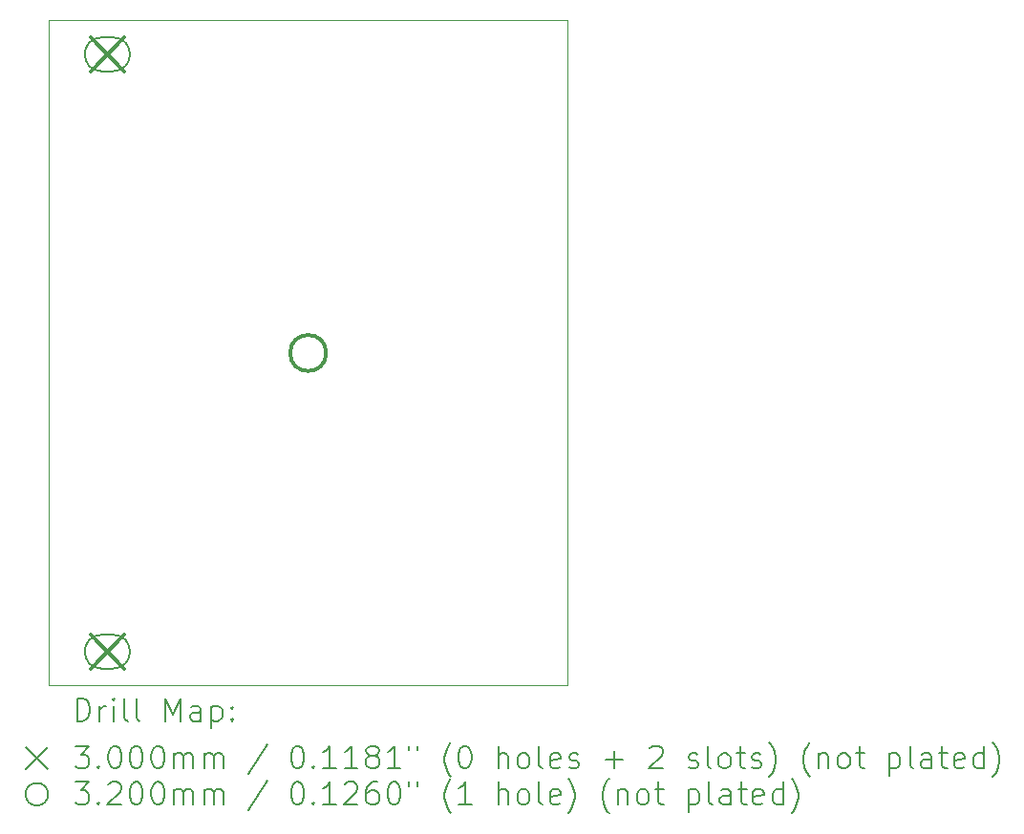
<source format=gbr>
%TF.GenerationSoftware,KiCad,Pcbnew,(6.0.7-1)-1*%
%TF.CreationDate,2022-08-17T11:35:41+02:00*%
%TF.ProjectId,vgascart,76676173-6361-4727-942e-6b696361645f,rev?*%
%TF.SameCoordinates,Original*%
%TF.FileFunction,Drillmap*%
%TF.FilePolarity,Positive*%
%FSLAX45Y45*%
G04 Gerber Fmt 4.5, Leading zero omitted, Abs format (unit mm)*
G04 Created by KiCad (PCBNEW (6.0.7-1)-1) date 2022-08-17 11:35:41*
%MOMM*%
%LPD*%
G01*
G04 APERTURE LIST*
%ADD10C,0.100000*%
%ADD11C,0.200000*%
%ADD12C,0.300000*%
%ADD13C,0.320000*%
G04 APERTURE END LIST*
D10*
X2550000Y-2250000D02*
X7150000Y-2250000D01*
X7150000Y-2250000D02*
X7150000Y-8150000D01*
X7150000Y-8150000D02*
X2550000Y-8150000D01*
X2550000Y-8150000D02*
X2550000Y-2250000D01*
D11*
D12*
X2920066Y-2400018D02*
X3220066Y-2700018D01*
X3220066Y-2400018D02*
X2920066Y-2700018D01*
D11*
X3120066Y-2400018D02*
X3020066Y-2400018D01*
X3120066Y-2700018D02*
X3020066Y-2700018D01*
X3020066Y-2400018D02*
G75*
G03*
X3020066Y-2700018I0J-150000D01*
G01*
X3120066Y-2700018D02*
G75*
G03*
X3120066Y-2400018I0J150000D01*
G01*
D12*
X2920066Y-7699982D02*
X3220066Y-7999982D01*
X3220066Y-7699982D02*
X2920066Y-7999982D01*
D11*
X3120066Y-7699982D02*
X3020066Y-7699982D01*
X3120066Y-7999982D02*
X3020066Y-7999982D01*
X3020066Y-7699982D02*
G75*
G03*
X3020066Y-7999982I0J-150000D01*
G01*
X3120066Y-7999982D02*
G75*
G03*
X3120066Y-7699982I0J150000D01*
G01*
D13*
X5010000Y-5200000D02*
G75*
G03*
X5010000Y-5200000I-160000J0D01*
G01*
D11*
X2802619Y-8465476D02*
X2802619Y-8265476D01*
X2850238Y-8265476D01*
X2878809Y-8275000D01*
X2897857Y-8294048D01*
X2907381Y-8313095D01*
X2916905Y-8351190D01*
X2916905Y-8379762D01*
X2907381Y-8417857D01*
X2897857Y-8436905D01*
X2878809Y-8455952D01*
X2850238Y-8465476D01*
X2802619Y-8465476D01*
X3002619Y-8465476D02*
X3002619Y-8332143D01*
X3002619Y-8370238D02*
X3012143Y-8351190D01*
X3021667Y-8341667D01*
X3040714Y-8332143D01*
X3059762Y-8332143D01*
X3126428Y-8465476D02*
X3126428Y-8332143D01*
X3126428Y-8265476D02*
X3116905Y-8275000D01*
X3126428Y-8284524D01*
X3135952Y-8275000D01*
X3126428Y-8265476D01*
X3126428Y-8284524D01*
X3250238Y-8465476D02*
X3231190Y-8455952D01*
X3221667Y-8436905D01*
X3221667Y-8265476D01*
X3355000Y-8465476D02*
X3335952Y-8455952D01*
X3326428Y-8436905D01*
X3326428Y-8265476D01*
X3583571Y-8465476D02*
X3583571Y-8265476D01*
X3650238Y-8408333D01*
X3716905Y-8265476D01*
X3716905Y-8465476D01*
X3897857Y-8465476D02*
X3897857Y-8360714D01*
X3888333Y-8341667D01*
X3869286Y-8332143D01*
X3831190Y-8332143D01*
X3812143Y-8341667D01*
X3897857Y-8455952D02*
X3878809Y-8465476D01*
X3831190Y-8465476D01*
X3812143Y-8455952D01*
X3802619Y-8436905D01*
X3802619Y-8417857D01*
X3812143Y-8398810D01*
X3831190Y-8389286D01*
X3878809Y-8389286D01*
X3897857Y-8379762D01*
X3993095Y-8332143D02*
X3993095Y-8532143D01*
X3993095Y-8341667D02*
X4012143Y-8332143D01*
X4050238Y-8332143D01*
X4069286Y-8341667D01*
X4078809Y-8351190D01*
X4088333Y-8370238D01*
X4088333Y-8427381D01*
X4078809Y-8446429D01*
X4069286Y-8455952D01*
X4050238Y-8465476D01*
X4012143Y-8465476D01*
X3993095Y-8455952D01*
X4174048Y-8446429D02*
X4183571Y-8455952D01*
X4174048Y-8465476D01*
X4164524Y-8455952D01*
X4174048Y-8446429D01*
X4174048Y-8465476D01*
X4174048Y-8341667D02*
X4183571Y-8351190D01*
X4174048Y-8360714D01*
X4164524Y-8351190D01*
X4174048Y-8341667D01*
X4174048Y-8360714D01*
X2345000Y-8695000D02*
X2545000Y-8895000D01*
X2545000Y-8695000D02*
X2345000Y-8895000D01*
X2783571Y-8685476D02*
X2907381Y-8685476D01*
X2840714Y-8761667D01*
X2869286Y-8761667D01*
X2888333Y-8771190D01*
X2897857Y-8780714D01*
X2907381Y-8799762D01*
X2907381Y-8847381D01*
X2897857Y-8866429D01*
X2888333Y-8875952D01*
X2869286Y-8885476D01*
X2812143Y-8885476D01*
X2793095Y-8875952D01*
X2783571Y-8866429D01*
X2993095Y-8866429D02*
X3002619Y-8875952D01*
X2993095Y-8885476D01*
X2983571Y-8875952D01*
X2993095Y-8866429D01*
X2993095Y-8885476D01*
X3126428Y-8685476D02*
X3145476Y-8685476D01*
X3164524Y-8695000D01*
X3174048Y-8704524D01*
X3183571Y-8723571D01*
X3193095Y-8761667D01*
X3193095Y-8809286D01*
X3183571Y-8847381D01*
X3174048Y-8866429D01*
X3164524Y-8875952D01*
X3145476Y-8885476D01*
X3126428Y-8885476D01*
X3107381Y-8875952D01*
X3097857Y-8866429D01*
X3088333Y-8847381D01*
X3078809Y-8809286D01*
X3078809Y-8761667D01*
X3088333Y-8723571D01*
X3097857Y-8704524D01*
X3107381Y-8695000D01*
X3126428Y-8685476D01*
X3316905Y-8685476D02*
X3335952Y-8685476D01*
X3355000Y-8695000D01*
X3364524Y-8704524D01*
X3374048Y-8723571D01*
X3383571Y-8761667D01*
X3383571Y-8809286D01*
X3374048Y-8847381D01*
X3364524Y-8866429D01*
X3355000Y-8875952D01*
X3335952Y-8885476D01*
X3316905Y-8885476D01*
X3297857Y-8875952D01*
X3288333Y-8866429D01*
X3278809Y-8847381D01*
X3269286Y-8809286D01*
X3269286Y-8761667D01*
X3278809Y-8723571D01*
X3288333Y-8704524D01*
X3297857Y-8695000D01*
X3316905Y-8685476D01*
X3507381Y-8685476D02*
X3526428Y-8685476D01*
X3545476Y-8695000D01*
X3555000Y-8704524D01*
X3564524Y-8723571D01*
X3574048Y-8761667D01*
X3574048Y-8809286D01*
X3564524Y-8847381D01*
X3555000Y-8866429D01*
X3545476Y-8875952D01*
X3526428Y-8885476D01*
X3507381Y-8885476D01*
X3488333Y-8875952D01*
X3478809Y-8866429D01*
X3469286Y-8847381D01*
X3459762Y-8809286D01*
X3459762Y-8761667D01*
X3469286Y-8723571D01*
X3478809Y-8704524D01*
X3488333Y-8695000D01*
X3507381Y-8685476D01*
X3659762Y-8885476D02*
X3659762Y-8752143D01*
X3659762Y-8771190D02*
X3669286Y-8761667D01*
X3688333Y-8752143D01*
X3716905Y-8752143D01*
X3735952Y-8761667D01*
X3745476Y-8780714D01*
X3745476Y-8885476D01*
X3745476Y-8780714D02*
X3755000Y-8761667D01*
X3774048Y-8752143D01*
X3802619Y-8752143D01*
X3821667Y-8761667D01*
X3831190Y-8780714D01*
X3831190Y-8885476D01*
X3926428Y-8885476D02*
X3926428Y-8752143D01*
X3926428Y-8771190D02*
X3935952Y-8761667D01*
X3955000Y-8752143D01*
X3983571Y-8752143D01*
X4002619Y-8761667D01*
X4012143Y-8780714D01*
X4012143Y-8885476D01*
X4012143Y-8780714D02*
X4021667Y-8761667D01*
X4040714Y-8752143D01*
X4069286Y-8752143D01*
X4088333Y-8761667D01*
X4097857Y-8780714D01*
X4097857Y-8885476D01*
X4488333Y-8675952D02*
X4316905Y-8933095D01*
X4745476Y-8685476D02*
X4764524Y-8685476D01*
X4783571Y-8695000D01*
X4793095Y-8704524D01*
X4802619Y-8723571D01*
X4812143Y-8761667D01*
X4812143Y-8809286D01*
X4802619Y-8847381D01*
X4793095Y-8866429D01*
X4783571Y-8875952D01*
X4764524Y-8885476D01*
X4745476Y-8885476D01*
X4726429Y-8875952D01*
X4716905Y-8866429D01*
X4707381Y-8847381D01*
X4697857Y-8809286D01*
X4697857Y-8761667D01*
X4707381Y-8723571D01*
X4716905Y-8704524D01*
X4726429Y-8695000D01*
X4745476Y-8685476D01*
X4897857Y-8866429D02*
X4907381Y-8875952D01*
X4897857Y-8885476D01*
X4888333Y-8875952D01*
X4897857Y-8866429D01*
X4897857Y-8885476D01*
X5097857Y-8885476D02*
X4983571Y-8885476D01*
X5040714Y-8885476D02*
X5040714Y-8685476D01*
X5021667Y-8714048D01*
X5002619Y-8733095D01*
X4983571Y-8742619D01*
X5288333Y-8885476D02*
X5174048Y-8885476D01*
X5231190Y-8885476D02*
X5231190Y-8685476D01*
X5212143Y-8714048D01*
X5193095Y-8733095D01*
X5174048Y-8742619D01*
X5402619Y-8771190D02*
X5383571Y-8761667D01*
X5374048Y-8752143D01*
X5364524Y-8733095D01*
X5364524Y-8723571D01*
X5374048Y-8704524D01*
X5383571Y-8695000D01*
X5402619Y-8685476D01*
X5440714Y-8685476D01*
X5459762Y-8695000D01*
X5469286Y-8704524D01*
X5478810Y-8723571D01*
X5478810Y-8733095D01*
X5469286Y-8752143D01*
X5459762Y-8761667D01*
X5440714Y-8771190D01*
X5402619Y-8771190D01*
X5383571Y-8780714D01*
X5374048Y-8790238D01*
X5364524Y-8809286D01*
X5364524Y-8847381D01*
X5374048Y-8866429D01*
X5383571Y-8875952D01*
X5402619Y-8885476D01*
X5440714Y-8885476D01*
X5459762Y-8875952D01*
X5469286Y-8866429D01*
X5478810Y-8847381D01*
X5478810Y-8809286D01*
X5469286Y-8790238D01*
X5459762Y-8780714D01*
X5440714Y-8771190D01*
X5669286Y-8885476D02*
X5555000Y-8885476D01*
X5612143Y-8885476D02*
X5612143Y-8685476D01*
X5593095Y-8714048D01*
X5574048Y-8733095D01*
X5555000Y-8742619D01*
X5745476Y-8685476D02*
X5745476Y-8723571D01*
X5821667Y-8685476D02*
X5821667Y-8723571D01*
X6116905Y-8961667D02*
X6107381Y-8952143D01*
X6088333Y-8923571D01*
X6078809Y-8904524D01*
X6069286Y-8875952D01*
X6059762Y-8828333D01*
X6059762Y-8790238D01*
X6069286Y-8742619D01*
X6078809Y-8714048D01*
X6088333Y-8695000D01*
X6107381Y-8666429D01*
X6116905Y-8656905D01*
X6231190Y-8685476D02*
X6250238Y-8685476D01*
X6269286Y-8695000D01*
X6278809Y-8704524D01*
X6288333Y-8723571D01*
X6297857Y-8761667D01*
X6297857Y-8809286D01*
X6288333Y-8847381D01*
X6278809Y-8866429D01*
X6269286Y-8875952D01*
X6250238Y-8885476D01*
X6231190Y-8885476D01*
X6212143Y-8875952D01*
X6202619Y-8866429D01*
X6193095Y-8847381D01*
X6183571Y-8809286D01*
X6183571Y-8761667D01*
X6193095Y-8723571D01*
X6202619Y-8704524D01*
X6212143Y-8695000D01*
X6231190Y-8685476D01*
X6535952Y-8885476D02*
X6535952Y-8685476D01*
X6621667Y-8885476D02*
X6621667Y-8780714D01*
X6612143Y-8761667D01*
X6593095Y-8752143D01*
X6564524Y-8752143D01*
X6545476Y-8761667D01*
X6535952Y-8771190D01*
X6745476Y-8885476D02*
X6726428Y-8875952D01*
X6716905Y-8866429D01*
X6707381Y-8847381D01*
X6707381Y-8790238D01*
X6716905Y-8771190D01*
X6726428Y-8761667D01*
X6745476Y-8752143D01*
X6774048Y-8752143D01*
X6793095Y-8761667D01*
X6802619Y-8771190D01*
X6812143Y-8790238D01*
X6812143Y-8847381D01*
X6802619Y-8866429D01*
X6793095Y-8875952D01*
X6774048Y-8885476D01*
X6745476Y-8885476D01*
X6926428Y-8885476D02*
X6907381Y-8875952D01*
X6897857Y-8856905D01*
X6897857Y-8685476D01*
X7078809Y-8875952D02*
X7059762Y-8885476D01*
X7021667Y-8885476D01*
X7002619Y-8875952D01*
X6993095Y-8856905D01*
X6993095Y-8780714D01*
X7002619Y-8761667D01*
X7021667Y-8752143D01*
X7059762Y-8752143D01*
X7078809Y-8761667D01*
X7088333Y-8780714D01*
X7088333Y-8799762D01*
X6993095Y-8818810D01*
X7164524Y-8875952D02*
X7183571Y-8885476D01*
X7221667Y-8885476D01*
X7240714Y-8875952D01*
X7250238Y-8856905D01*
X7250238Y-8847381D01*
X7240714Y-8828333D01*
X7221667Y-8818810D01*
X7193095Y-8818810D01*
X7174048Y-8809286D01*
X7164524Y-8790238D01*
X7164524Y-8780714D01*
X7174048Y-8761667D01*
X7193095Y-8752143D01*
X7221667Y-8752143D01*
X7240714Y-8761667D01*
X7488333Y-8809286D02*
X7640714Y-8809286D01*
X7564524Y-8885476D02*
X7564524Y-8733095D01*
X7878809Y-8704524D02*
X7888333Y-8695000D01*
X7907381Y-8685476D01*
X7955000Y-8685476D01*
X7974048Y-8695000D01*
X7983571Y-8704524D01*
X7993095Y-8723571D01*
X7993095Y-8742619D01*
X7983571Y-8771190D01*
X7869286Y-8885476D01*
X7993095Y-8885476D01*
X8221667Y-8875952D02*
X8240714Y-8885476D01*
X8278809Y-8885476D01*
X8297857Y-8875952D01*
X8307381Y-8856905D01*
X8307381Y-8847381D01*
X8297857Y-8828333D01*
X8278809Y-8818810D01*
X8250238Y-8818810D01*
X8231190Y-8809286D01*
X8221667Y-8790238D01*
X8221667Y-8780714D01*
X8231190Y-8761667D01*
X8250238Y-8752143D01*
X8278809Y-8752143D01*
X8297857Y-8761667D01*
X8421667Y-8885476D02*
X8402619Y-8875952D01*
X8393095Y-8856905D01*
X8393095Y-8685476D01*
X8526429Y-8885476D02*
X8507381Y-8875952D01*
X8497857Y-8866429D01*
X8488333Y-8847381D01*
X8488333Y-8790238D01*
X8497857Y-8771190D01*
X8507381Y-8761667D01*
X8526429Y-8752143D01*
X8555000Y-8752143D01*
X8574048Y-8761667D01*
X8583571Y-8771190D01*
X8593095Y-8790238D01*
X8593095Y-8847381D01*
X8583571Y-8866429D01*
X8574048Y-8875952D01*
X8555000Y-8885476D01*
X8526429Y-8885476D01*
X8650238Y-8752143D02*
X8726429Y-8752143D01*
X8678810Y-8685476D02*
X8678810Y-8856905D01*
X8688333Y-8875952D01*
X8707381Y-8885476D01*
X8726429Y-8885476D01*
X8783571Y-8875952D02*
X8802619Y-8885476D01*
X8840714Y-8885476D01*
X8859762Y-8875952D01*
X8869286Y-8856905D01*
X8869286Y-8847381D01*
X8859762Y-8828333D01*
X8840714Y-8818810D01*
X8812143Y-8818810D01*
X8793095Y-8809286D01*
X8783571Y-8790238D01*
X8783571Y-8780714D01*
X8793095Y-8761667D01*
X8812143Y-8752143D01*
X8840714Y-8752143D01*
X8859762Y-8761667D01*
X8935952Y-8961667D02*
X8945476Y-8952143D01*
X8964524Y-8923571D01*
X8974048Y-8904524D01*
X8983571Y-8875952D01*
X8993095Y-8828333D01*
X8993095Y-8790238D01*
X8983571Y-8742619D01*
X8974048Y-8714048D01*
X8964524Y-8695000D01*
X8945476Y-8666429D01*
X8935952Y-8656905D01*
X9297857Y-8961667D02*
X9288333Y-8952143D01*
X9269286Y-8923571D01*
X9259762Y-8904524D01*
X9250238Y-8875952D01*
X9240714Y-8828333D01*
X9240714Y-8790238D01*
X9250238Y-8742619D01*
X9259762Y-8714048D01*
X9269286Y-8695000D01*
X9288333Y-8666429D01*
X9297857Y-8656905D01*
X9374048Y-8752143D02*
X9374048Y-8885476D01*
X9374048Y-8771190D02*
X9383571Y-8761667D01*
X9402619Y-8752143D01*
X9431190Y-8752143D01*
X9450238Y-8761667D01*
X9459762Y-8780714D01*
X9459762Y-8885476D01*
X9583571Y-8885476D02*
X9564524Y-8875952D01*
X9555000Y-8866429D01*
X9545476Y-8847381D01*
X9545476Y-8790238D01*
X9555000Y-8771190D01*
X9564524Y-8761667D01*
X9583571Y-8752143D01*
X9612143Y-8752143D01*
X9631190Y-8761667D01*
X9640714Y-8771190D01*
X9650238Y-8790238D01*
X9650238Y-8847381D01*
X9640714Y-8866429D01*
X9631190Y-8875952D01*
X9612143Y-8885476D01*
X9583571Y-8885476D01*
X9707381Y-8752143D02*
X9783571Y-8752143D01*
X9735952Y-8685476D02*
X9735952Y-8856905D01*
X9745476Y-8875952D01*
X9764524Y-8885476D01*
X9783571Y-8885476D01*
X10002619Y-8752143D02*
X10002619Y-8952143D01*
X10002619Y-8761667D02*
X10021667Y-8752143D01*
X10059762Y-8752143D01*
X10078810Y-8761667D01*
X10088333Y-8771190D01*
X10097857Y-8790238D01*
X10097857Y-8847381D01*
X10088333Y-8866429D01*
X10078810Y-8875952D01*
X10059762Y-8885476D01*
X10021667Y-8885476D01*
X10002619Y-8875952D01*
X10212143Y-8885476D02*
X10193095Y-8875952D01*
X10183571Y-8856905D01*
X10183571Y-8685476D01*
X10374048Y-8885476D02*
X10374048Y-8780714D01*
X10364524Y-8761667D01*
X10345476Y-8752143D01*
X10307381Y-8752143D01*
X10288333Y-8761667D01*
X10374048Y-8875952D02*
X10355000Y-8885476D01*
X10307381Y-8885476D01*
X10288333Y-8875952D01*
X10278810Y-8856905D01*
X10278810Y-8837857D01*
X10288333Y-8818810D01*
X10307381Y-8809286D01*
X10355000Y-8809286D01*
X10374048Y-8799762D01*
X10440714Y-8752143D02*
X10516905Y-8752143D01*
X10469286Y-8685476D02*
X10469286Y-8856905D01*
X10478810Y-8875952D01*
X10497857Y-8885476D01*
X10516905Y-8885476D01*
X10659762Y-8875952D02*
X10640714Y-8885476D01*
X10602619Y-8885476D01*
X10583571Y-8875952D01*
X10574048Y-8856905D01*
X10574048Y-8780714D01*
X10583571Y-8761667D01*
X10602619Y-8752143D01*
X10640714Y-8752143D01*
X10659762Y-8761667D01*
X10669286Y-8780714D01*
X10669286Y-8799762D01*
X10574048Y-8818810D01*
X10840714Y-8885476D02*
X10840714Y-8685476D01*
X10840714Y-8875952D02*
X10821667Y-8885476D01*
X10783571Y-8885476D01*
X10764524Y-8875952D01*
X10755000Y-8866429D01*
X10745476Y-8847381D01*
X10745476Y-8790238D01*
X10755000Y-8771190D01*
X10764524Y-8761667D01*
X10783571Y-8752143D01*
X10821667Y-8752143D01*
X10840714Y-8761667D01*
X10916905Y-8961667D02*
X10926429Y-8952143D01*
X10945476Y-8923571D01*
X10955000Y-8904524D01*
X10964524Y-8875952D01*
X10974048Y-8828333D01*
X10974048Y-8790238D01*
X10964524Y-8742619D01*
X10955000Y-8714048D01*
X10945476Y-8695000D01*
X10926429Y-8666429D01*
X10916905Y-8656905D01*
X2545000Y-9115000D02*
G75*
G03*
X2545000Y-9115000I-100000J0D01*
G01*
X2783571Y-9005476D02*
X2907381Y-9005476D01*
X2840714Y-9081667D01*
X2869286Y-9081667D01*
X2888333Y-9091190D01*
X2897857Y-9100714D01*
X2907381Y-9119762D01*
X2907381Y-9167381D01*
X2897857Y-9186429D01*
X2888333Y-9195952D01*
X2869286Y-9205476D01*
X2812143Y-9205476D01*
X2793095Y-9195952D01*
X2783571Y-9186429D01*
X2993095Y-9186429D02*
X3002619Y-9195952D01*
X2993095Y-9205476D01*
X2983571Y-9195952D01*
X2993095Y-9186429D01*
X2993095Y-9205476D01*
X3078809Y-9024524D02*
X3088333Y-9015000D01*
X3107381Y-9005476D01*
X3155000Y-9005476D01*
X3174048Y-9015000D01*
X3183571Y-9024524D01*
X3193095Y-9043571D01*
X3193095Y-9062619D01*
X3183571Y-9091190D01*
X3069286Y-9205476D01*
X3193095Y-9205476D01*
X3316905Y-9005476D02*
X3335952Y-9005476D01*
X3355000Y-9015000D01*
X3364524Y-9024524D01*
X3374048Y-9043571D01*
X3383571Y-9081667D01*
X3383571Y-9129286D01*
X3374048Y-9167381D01*
X3364524Y-9186429D01*
X3355000Y-9195952D01*
X3335952Y-9205476D01*
X3316905Y-9205476D01*
X3297857Y-9195952D01*
X3288333Y-9186429D01*
X3278809Y-9167381D01*
X3269286Y-9129286D01*
X3269286Y-9081667D01*
X3278809Y-9043571D01*
X3288333Y-9024524D01*
X3297857Y-9015000D01*
X3316905Y-9005476D01*
X3507381Y-9005476D02*
X3526428Y-9005476D01*
X3545476Y-9015000D01*
X3555000Y-9024524D01*
X3564524Y-9043571D01*
X3574048Y-9081667D01*
X3574048Y-9129286D01*
X3564524Y-9167381D01*
X3555000Y-9186429D01*
X3545476Y-9195952D01*
X3526428Y-9205476D01*
X3507381Y-9205476D01*
X3488333Y-9195952D01*
X3478809Y-9186429D01*
X3469286Y-9167381D01*
X3459762Y-9129286D01*
X3459762Y-9081667D01*
X3469286Y-9043571D01*
X3478809Y-9024524D01*
X3488333Y-9015000D01*
X3507381Y-9005476D01*
X3659762Y-9205476D02*
X3659762Y-9072143D01*
X3659762Y-9091190D02*
X3669286Y-9081667D01*
X3688333Y-9072143D01*
X3716905Y-9072143D01*
X3735952Y-9081667D01*
X3745476Y-9100714D01*
X3745476Y-9205476D01*
X3745476Y-9100714D02*
X3755000Y-9081667D01*
X3774048Y-9072143D01*
X3802619Y-9072143D01*
X3821667Y-9081667D01*
X3831190Y-9100714D01*
X3831190Y-9205476D01*
X3926428Y-9205476D02*
X3926428Y-9072143D01*
X3926428Y-9091190D02*
X3935952Y-9081667D01*
X3955000Y-9072143D01*
X3983571Y-9072143D01*
X4002619Y-9081667D01*
X4012143Y-9100714D01*
X4012143Y-9205476D01*
X4012143Y-9100714D02*
X4021667Y-9081667D01*
X4040714Y-9072143D01*
X4069286Y-9072143D01*
X4088333Y-9081667D01*
X4097857Y-9100714D01*
X4097857Y-9205476D01*
X4488333Y-8995952D02*
X4316905Y-9253095D01*
X4745476Y-9005476D02*
X4764524Y-9005476D01*
X4783571Y-9015000D01*
X4793095Y-9024524D01*
X4802619Y-9043571D01*
X4812143Y-9081667D01*
X4812143Y-9129286D01*
X4802619Y-9167381D01*
X4793095Y-9186429D01*
X4783571Y-9195952D01*
X4764524Y-9205476D01*
X4745476Y-9205476D01*
X4726429Y-9195952D01*
X4716905Y-9186429D01*
X4707381Y-9167381D01*
X4697857Y-9129286D01*
X4697857Y-9081667D01*
X4707381Y-9043571D01*
X4716905Y-9024524D01*
X4726429Y-9015000D01*
X4745476Y-9005476D01*
X4897857Y-9186429D02*
X4907381Y-9195952D01*
X4897857Y-9205476D01*
X4888333Y-9195952D01*
X4897857Y-9186429D01*
X4897857Y-9205476D01*
X5097857Y-9205476D02*
X4983571Y-9205476D01*
X5040714Y-9205476D02*
X5040714Y-9005476D01*
X5021667Y-9034048D01*
X5002619Y-9053095D01*
X4983571Y-9062619D01*
X5174048Y-9024524D02*
X5183571Y-9015000D01*
X5202619Y-9005476D01*
X5250238Y-9005476D01*
X5269286Y-9015000D01*
X5278810Y-9024524D01*
X5288333Y-9043571D01*
X5288333Y-9062619D01*
X5278810Y-9091190D01*
X5164524Y-9205476D01*
X5288333Y-9205476D01*
X5459762Y-9005476D02*
X5421667Y-9005476D01*
X5402619Y-9015000D01*
X5393095Y-9024524D01*
X5374048Y-9053095D01*
X5364524Y-9091190D01*
X5364524Y-9167381D01*
X5374048Y-9186429D01*
X5383571Y-9195952D01*
X5402619Y-9205476D01*
X5440714Y-9205476D01*
X5459762Y-9195952D01*
X5469286Y-9186429D01*
X5478810Y-9167381D01*
X5478810Y-9119762D01*
X5469286Y-9100714D01*
X5459762Y-9091190D01*
X5440714Y-9081667D01*
X5402619Y-9081667D01*
X5383571Y-9091190D01*
X5374048Y-9100714D01*
X5364524Y-9119762D01*
X5602619Y-9005476D02*
X5621667Y-9005476D01*
X5640714Y-9015000D01*
X5650238Y-9024524D01*
X5659762Y-9043571D01*
X5669286Y-9081667D01*
X5669286Y-9129286D01*
X5659762Y-9167381D01*
X5650238Y-9186429D01*
X5640714Y-9195952D01*
X5621667Y-9205476D01*
X5602619Y-9205476D01*
X5583571Y-9195952D01*
X5574048Y-9186429D01*
X5564524Y-9167381D01*
X5555000Y-9129286D01*
X5555000Y-9081667D01*
X5564524Y-9043571D01*
X5574048Y-9024524D01*
X5583571Y-9015000D01*
X5602619Y-9005476D01*
X5745476Y-9005476D02*
X5745476Y-9043571D01*
X5821667Y-9005476D02*
X5821667Y-9043571D01*
X6116905Y-9281667D02*
X6107381Y-9272143D01*
X6088333Y-9243571D01*
X6078809Y-9224524D01*
X6069286Y-9195952D01*
X6059762Y-9148333D01*
X6059762Y-9110238D01*
X6069286Y-9062619D01*
X6078809Y-9034048D01*
X6088333Y-9015000D01*
X6107381Y-8986429D01*
X6116905Y-8976905D01*
X6297857Y-9205476D02*
X6183571Y-9205476D01*
X6240714Y-9205476D02*
X6240714Y-9005476D01*
X6221667Y-9034048D01*
X6202619Y-9053095D01*
X6183571Y-9062619D01*
X6535952Y-9205476D02*
X6535952Y-9005476D01*
X6621667Y-9205476D02*
X6621667Y-9100714D01*
X6612143Y-9081667D01*
X6593095Y-9072143D01*
X6564524Y-9072143D01*
X6545476Y-9081667D01*
X6535952Y-9091190D01*
X6745476Y-9205476D02*
X6726428Y-9195952D01*
X6716905Y-9186429D01*
X6707381Y-9167381D01*
X6707381Y-9110238D01*
X6716905Y-9091190D01*
X6726428Y-9081667D01*
X6745476Y-9072143D01*
X6774048Y-9072143D01*
X6793095Y-9081667D01*
X6802619Y-9091190D01*
X6812143Y-9110238D01*
X6812143Y-9167381D01*
X6802619Y-9186429D01*
X6793095Y-9195952D01*
X6774048Y-9205476D01*
X6745476Y-9205476D01*
X6926428Y-9205476D02*
X6907381Y-9195952D01*
X6897857Y-9176905D01*
X6897857Y-9005476D01*
X7078809Y-9195952D02*
X7059762Y-9205476D01*
X7021667Y-9205476D01*
X7002619Y-9195952D01*
X6993095Y-9176905D01*
X6993095Y-9100714D01*
X7002619Y-9081667D01*
X7021667Y-9072143D01*
X7059762Y-9072143D01*
X7078809Y-9081667D01*
X7088333Y-9100714D01*
X7088333Y-9119762D01*
X6993095Y-9138810D01*
X7155000Y-9281667D02*
X7164524Y-9272143D01*
X7183571Y-9243571D01*
X7193095Y-9224524D01*
X7202619Y-9195952D01*
X7212143Y-9148333D01*
X7212143Y-9110238D01*
X7202619Y-9062619D01*
X7193095Y-9034048D01*
X7183571Y-9015000D01*
X7164524Y-8986429D01*
X7155000Y-8976905D01*
X7516905Y-9281667D02*
X7507381Y-9272143D01*
X7488333Y-9243571D01*
X7478809Y-9224524D01*
X7469286Y-9195952D01*
X7459762Y-9148333D01*
X7459762Y-9110238D01*
X7469286Y-9062619D01*
X7478809Y-9034048D01*
X7488333Y-9015000D01*
X7507381Y-8986429D01*
X7516905Y-8976905D01*
X7593095Y-9072143D02*
X7593095Y-9205476D01*
X7593095Y-9091190D02*
X7602619Y-9081667D01*
X7621667Y-9072143D01*
X7650238Y-9072143D01*
X7669286Y-9081667D01*
X7678809Y-9100714D01*
X7678809Y-9205476D01*
X7802619Y-9205476D02*
X7783571Y-9195952D01*
X7774048Y-9186429D01*
X7764524Y-9167381D01*
X7764524Y-9110238D01*
X7774048Y-9091190D01*
X7783571Y-9081667D01*
X7802619Y-9072143D01*
X7831190Y-9072143D01*
X7850238Y-9081667D01*
X7859762Y-9091190D01*
X7869286Y-9110238D01*
X7869286Y-9167381D01*
X7859762Y-9186429D01*
X7850238Y-9195952D01*
X7831190Y-9205476D01*
X7802619Y-9205476D01*
X7926428Y-9072143D02*
X8002619Y-9072143D01*
X7955000Y-9005476D02*
X7955000Y-9176905D01*
X7964524Y-9195952D01*
X7983571Y-9205476D01*
X8002619Y-9205476D01*
X8221667Y-9072143D02*
X8221667Y-9272143D01*
X8221667Y-9081667D02*
X8240714Y-9072143D01*
X8278809Y-9072143D01*
X8297857Y-9081667D01*
X8307381Y-9091190D01*
X8316905Y-9110238D01*
X8316905Y-9167381D01*
X8307381Y-9186429D01*
X8297857Y-9195952D01*
X8278809Y-9205476D01*
X8240714Y-9205476D01*
X8221667Y-9195952D01*
X8431190Y-9205476D02*
X8412143Y-9195952D01*
X8402619Y-9176905D01*
X8402619Y-9005476D01*
X8593095Y-9205476D02*
X8593095Y-9100714D01*
X8583571Y-9081667D01*
X8564524Y-9072143D01*
X8526429Y-9072143D01*
X8507381Y-9081667D01*
X8593095Y-9195952D02*
X8574048Y-9205476D01*
X8526429Y-9205476D01*
X8507381Y-9195952D01*
X8497857Y-9176905D01*
X8497857Y-9157857D01*
X8507381Y-9138810D01*
X8526429Y-9129286D01*
X8574048Y-9129286D01*
X8593095Y-9119762D01*
X8659762Y-9072143D02*
X8735952Y-9072143D01*
X8688333Y-9005476D02*
X8688333Y-9176905D01*
X8697857Y-9195952D01*
X8716905Y-9205476D01*
X8735952Y-9205476D01*
X8878810Y-9195952D02*
X8859762Y-9205476D01*
X8821667Y-9205476D01*
X8802619Y-9195952D01*
X8793095Y-9176905D01*
X8793095Y-9100714D01*
X8802619Y-9081667D01*
X8821667Y-9072143D01*
X8859762Y-9072143D01*
X8878810Y-9081667D01*
X8888333Y-9100714D01*
X8888333Y-9119762D01*
X8793095Y-9138810D01*
X9059762Y-9205476D02*
X9059762Y-9005476D01*
X9059762Y-9195952D02*
X9040714Y-9205476D01*
X9002619Y-9205476D01*
X8983571Y-9195952D01*
X8974048Y-9186429D01*
X8964524Y-9167381D01*
X8964524Y-9110238D01*
X8974048Y-9091190D01*
X8983571Y-9081667D01*
X9002619Y-9072143D01*
X9040714Y-9072143D01*
X9059762Y-9081667D01*
X9135952Y-9281667D02*
X9145476Y-9272143D01*
X9164524Y-9243571D01*
X9174048Y-9224524D01*
X9183571Y-9195952D01*
X9193095Y-9148333D01*
X9193095Y-9110238D01*
X9183571Y-9062619D01*
X9174048Y-9034048D01*
X9164524Y-9015000D01*
X9145476Y-8986429D01*
X9135952Y-8976905D01*
M02*

</source>
